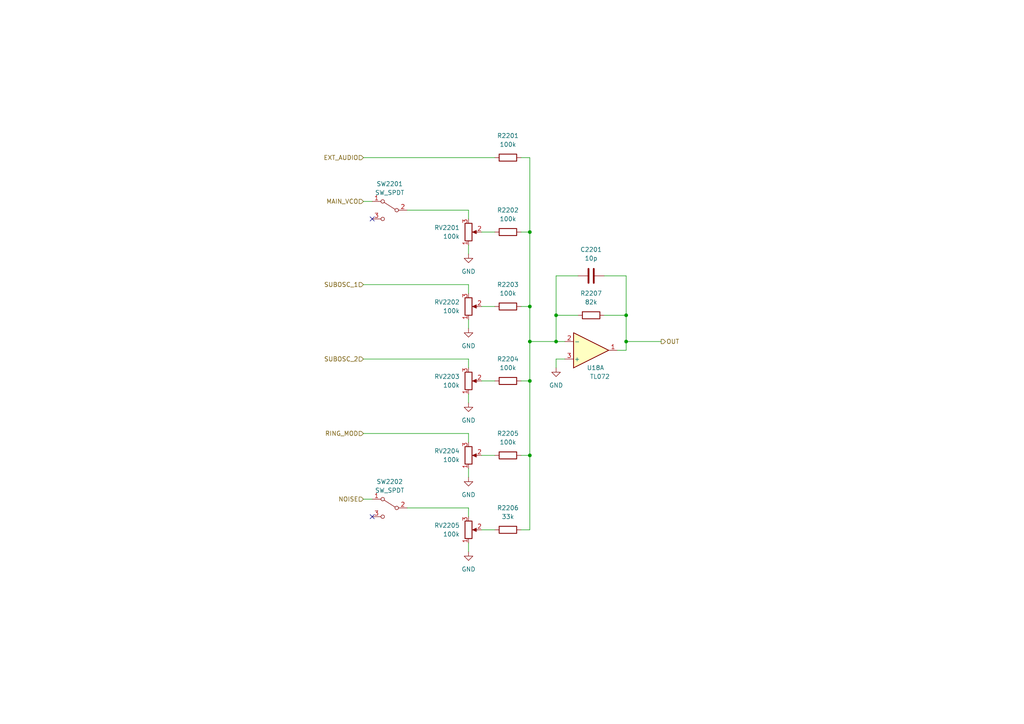
<source format=kicad_sch>
(kicad_sch (version 20230121) (generator eeschema)
  (paper "A4")
  (title_block (title "Josh Ox Ribon Synth Main VCO board") (date "2022-07-23") (rev "0.1") (comment 2 "creativecommons.org/licenses/by/4.0") (comment 3 "license: CC by 4.0") (comment 4 "Author: Jordan Acete"))
  (lib_symbols
    (symbol "Amplifier_Operational:TL072" (pin_names (offset 0.127))
      (property "Reference" "U" (at 0 5.08 0))
      (property "Value" "TL072" (at 0 -5.08 0))
      (symbol "TL072_1_1"
        (polyline (pts (xy -5.08 5.08) (xy 5.08 0) (xy -5.08 -5.08) (xy -5.08 5.08)) (stroke (width 0.254)) (fill (type background)))
        (pin output line (at 7.62 0 180) (length 2.54) (name "~") (number "1"))
        (pin input line (at -7.62 -2.54 0) (length 2.54) (name "-") (number "2"))
        (pin input line (at -7.62 2.54 0) (length 2.54) (name "+") (number "3"))
      )
      (symbol "TL072_2_1"
        (polyline (pts (xy -5.08 5.08) (xy 5.08 0) (xy -5.08 -5.08) (xy -5.08 5.08)) (stroke (width 0.254)) (fill (type background)))
        (pin input line (at -7.62 2.54 0) (length 2.54) (name "+") (number "5"))
        (pin input line (at -7.62 -2.54 0) (length 2.54) (name "-") (number "6"))
        (pin output line (at 7.62 0 180) (length 2.54) (name "~") (number "7"))
      )
      (symbol "TL072_3_1"
        (pin power_in line (at -2.54 -7.62 90) (length 3.81) (name "V-") (number "4"))
        (pin power_in line (at -2.54 7.62 270) (length 3.81) (name "V+") (number "8"))
      )
    )
    (symbol "Device:C" (pin_numbers hide) (pin_names (offset 0.254))
      (property "Reference" "C" (at 0.635 2.54 0))
      (property "Value" "C" (at 0.635 -2.54 0))
      (symbol "C_0_1"
        (polyline (pts (xy -2.032 -0.762) (xy 2.032 -0.762)) (stroke (width 0.508)))
        (polyline (pts (xy -2.032 0.762) (xy 2.032 0.762)) (stroke (width 0.508)))
      )
      (symbol "C_1_1"
        (pin passive line (at 0 3.81 270) (length 2.794) (name "~") (number "1"))
        (pin passive line (at 0 -3.81 90) (length 2.794) (name "~") (number "2"))
      )
    )
    (symbol "Device:R" (pin_numbers hide) (pin_names (offset 0))
      (property "Reference" "R" (at 2.032 0 90))
      (property "Value" "R" (at 0 0 90))
      (symbol "R_0_1"
        (rectangle (start -1.016 -2.54) (end 1.016 2.54) (stroke (width 0.254)))
      )
      (symbol "R_1_1"
        (pin passive line (at 0 3.81 270) (length 1.27) (name "~") (number "1"))
        (pin passive line (at 0 -3.81 90) (length 1.27) (name "~") (number "2"))
      )
    )
    (symbol "Device:R_Potentiometer" (pin_names (offset 1.016) hide)
      (property "Reference" "RV" (at -4.445 0 90))
      (property "Value" "R_Potentiometer" (at -2.54 0 90))
      (symbol "R_Potentiometer_0_1"
        (polyline (pts (xy 2.54 0) (xy 1.524 0)))
        (polyline (pts (xy 1.143 0) (xy 2.286 0.508) (xy 2.286 -0.508) (xy 1.143 0)) (fill (type outline)))
        (rectangle (start 1.016 2.54) (end -1.016 -2.54) (stroke (width 0.254)))
      )
      (symbol "R_Potentiometer_1_1"
        (pin passive line (at 0 3.81 270) (length 1.27) (name "1") (number "1"))
        (pin passive line (at 3.81 0 180) (length 1.27) (name "2") (number "2"))
        (pin passive line (at 0 -3.81 90) (length 1.27) (name "3") (number "3"))
      )
    )
    (symbol "Switch:SW_SPDT" (pin_names (offset 0) hide)
      (property "Reference" "SW" (at 0 4.318 0))
      (property "Value" "SW_SPDT" (at 0 -5.08 0))
      (symbol "SW_SPDT_0_0"
        (circle (center -2.032 0) (radius 0.508))
        (circle (center 2.032 -2.54) (radius 0.508))
      )
      (symbol "SW_SPDT_0_1"
        (polyline (pts (xy -1.524 0.254) (xy 1.651 2.286)))
        (circle (center 2.032 2.54) (radius 0.508))
      )
      (symbol "SW_SPDT_1_1"
        (pin passive line (at 5.08 2.54 180) (length 2.54) (name "A") (number "1"))
        (pin passive line (at -5.08 0 0) (length 2.54) (name "B") (number "2"))
        (pin passive line (at 5.08 -2.54 180) (length 2.54) (name "C") (number "3"))
      )
    )
    (symbol "power:GND" (power) (pin_names (offset 0))
      (property "Value" "GND" (at 0 -3.81 0))
      (symbol "GND_0_1"
        (polyline (pts (xy 0 0) (xy 0 -1.27) (xy 1.27 -1.27) (xy 0 -2.54) (xy -1.27 -1.27) (xy 0 -1.27)))
      )
      (symbol "GND_1_1"
        (pin power_in line (at 0 0 270) (length 0) hide (name "GND") (number "1"))
      )
    )
  )
  (junction (at 153.67 88.9))
  (junction (at 161.29 99.06))
  (junction (at 161.29 91.44))
  (junction (at 181.61 99.06))
  (junction (at 153.67 132.08))
  (junction (at 153.67 99.06))
  (junction (at 153.67 67.31))
  (junction (at 181.61 91.44))
  (junction (at 153.67 110.49))
  (no_connect (at 107.95 149.86))
  (no_connect (at 107.95 63.5))
  (wire (pts (xy 139.7 110.49) (xy 143.51 110.49)))
  (wire (pts (xy 181.61 99.06) (xy 181.61 91.44)))
  (wire (pts (xy 151.13 153.67) (xy 153.67 153.67)))
  (wire (pts (xy 139.7 153.67) (xy 143.51 153.67)))
  (wire (pts (xy 118.11 60.96) (xy 135.89 60.96)))
  (wire (pts (xy 135.89 125.73) (xy 135.89 128.27)))
  (wire (pts (xy 135.89 147.32) (xy 135.89 149.86)))
  (wire (pts (xy 153.67 88.9) (xy 153.67 67.31)))
  (wire (pts (xy 135.89 160.02) (xy 135.89 157.48)))
  (wire (pts (xy 135.89 60.96) (xy 135.89 63.5)))
  (wire (pts (xy 161.29 80.01) (xy 167.64 80.01)))
  (wire (pts (xy 181.61 80.01) (xy 175.26 80.01)))
  (wire (pts (xy 105.41 125.73) (xy 135.89 125.73)))
  (wire (pts (xy 161.29 104.14) (xy 163.83 104.14)))
  (wire (pts (xy 118.11 147.32) (xy 135.89 147.32)))
  (wire (pts (xy 105.41 104.14) (xy 135.89 104.14)))
  (wire (pts (xy 153.67 132.08) (xy 153.67 110.49)))
  (wire (pts (xy 153.67 99.06) (xy 153.67 110.49)))
  (wire (pts (xy 151.13 45.72) (xy 153.67 45.72)))
  (wire (pts (xy 135.89 82.55) (xy 135.89 85.09)))
  (wire (pts (xy 105.41 82.55) (xy 135.89 82.55)))
  (wire (pts (xy 181.61 91.44) (xy 181.61 80.01)))
  (wire (pts (xy 181.61 99.06) (xy 191.77 99.06)))
  (wire (pts (xy 135.89 104.14) (xy 135.89 106.68)))
  (wire (pts (xy 175.26 91.44) (xy 181.61 91.44)))
  (wire (pts (xy 105.41 45.72) (xy 143.51 45.72)))
  (wire (pts (xy 153.67 153.67) (xy 153.67 132.08)))
  (wire (pts (xy 135.89 116.84) (xy 135.89 114.3)))
  (wire (pts (xy 139.7 88.9) (xy 143.51 88.9)))
  (wire (pts (xy 139.7 132.08) (xy 143.51 132.08)))
  (wire (pts (xy 153.67 99.06) (xy 161.29 99.06)))
  (wire (pts (xy 135.89 95.25) (xy 135.89 92.71)))
  (wire (pts (xy 161.29 106.68) (xy 161.29 104.14)))
  (wire (pts (xy 179.07 101.6) (xy 181.61 101.6)))
  (wire (pts (xy 135.89 138.43) (xy 135.89 135.89)))
  (wire (pts (xy 135.89 73.66) (xy 135.89 71.12)))
  (wire (pts (xy 163.83 99.06) (xy 161.29 99.06)))
  (wire (pts (xy 181.61 101.6) (xy 181.61 99.06)))
  (wire (pts (xy 151.13 67.31) (xy 153.67 67.31)))
  (wire (pts (xy 153.67 99.06) (xy 153.67 88.9)))
  (wire (pts (xy 153.67 67.31) (xy 153.67 45.72)))
  (wire (pts (xy 151.13 88.9) (xy 153.67 88.9)))
  (wire (pts (xy 161.29 91.44) (xy 167.64 91.44)))
  (wire (pts (xy 151.13 110.49) (xy 153.67 110.49)))
  (wire (pts (xy 161.29 91.44) (xy 161.29 80.01)))
  (wire (pts (xy 105.41 58.42) (xy 107.95 58.42)))
  (wire (pts (xy 161.29 99.06) (xy 161.29 91.44)))
  (wire (pts (xy 105.41 144.78) (xy 107.95 144.78)))
  (wire (pts (xy 139.7 67.31) (xy 143.51 67.31)))
  (wire (pts (xy 151.13 132.08) (xy 153.67 132.08)))
  (hierarchical_label "OUT" (shape output) (at 191.77 99.06 0))
  (hierarchical_label "EXT_AUDIO" (shape input) (at 105.41 45.72 180))
  (hierarchical_label "SUBOSC_2" (shape input) (at 105.41 104.14 180))
  (hierarchical_label "SUBOSC_1" (shape input) (at 105.41 82.55 180))
  (hierarchical_label "NOISE" (shape input) (at 105.41 144.78 180))
  (hierarchical_label "RING_MOD" (shape input) (at 105.41 125.73 180))
  (hierarchical_label "MAIN_VCO" (shape input) (at 105.41 58.42 180))
  (symbol (lib_id "Device:C") (at 171.45 80.01 90) (unit 1)
    (property "Reference" "C2201" (at 171.45 72.39 90))
    (property "Value" "10p" (at 171.45 74.93 90))
    (property "Footprint" "Capacitor_SMD:C_0805_2012Metric" (effects hide))
  )
  (symbol (lib_id "Device:R_Potentiometer") (at 135.89 110.49 0) (mirror x) (unit 1)
    (property "Reference" "RV2203" (at 133.35 109.2199 0) (effects (justify right)))
    (property "Value" "100k" (at 133.35 111.7599 0) (effects (justify right)))
    (property "Footprint" "Potentiometer_THT:Potentiometer_Alpha_RD901F-40-00D_Single_Vertical" (effects hide))
  )
  (symbol (lib_id "Device:R_Potentiometer") (at 135.89 153.67 0) (mirror x) (unit 1)
    (property "Reference" "RV2205" (at 133.35 152.3999 0) (effects (justify right)))
    (property "Value" "100k" (at 133.35 154.9399 0) (effects (justify right)))
    (property "Footprint" "Potentiometer_THT:Potentiometer_Alpha_RD901F-40-00D_Single_Vertical" (effects hide))
  )
  (symbol (lib_id "Device:R") (at 147.32 110.49 90) (unit 1)
    (property "Reference" "R2204" (at 147.32 104.14 90))
    (property "Value" "100k" (at 147.32 106.68 90))
    (property "Footprint" "Resistor_SMD:R_0805_2012Metric" (effects hide))
  )
  (symbol (lib_id "power:GND") (at 135.89 95.25 0) (unit 1)
    (property "Reference" "#PWR02202" (effects hide))
    (property "Value" "GND" (at 135.89 100.33 0))
  )
  (symbol (lib_id "power:GND") (at 135.89 160.02 0) (unit 1)
    (property "Reference" "#PWR02205" (effects hide))
    (property "Value" "GND" (at 135.89 165.1 0))
  )
  (symbol (lib_id "Switch:SW_SPDT") (at 113.03 147.32 0) (mirror y) (unit 1)
    (property "Reference" "SW2202" (at 113.03 139.7 0))
    (property "Value" "SW_SPDT" (at 113.03 142.24 0))
    (property "Footprint" "custom_footprints:SPDT_mini_toggle" (effects hide))
  )
  (symbol (lib_id "power:GND") (at 135.89 138.43 0) (unit 1)
    (property "Reference" "#PWR02204" (effects hide))
    (property "Value" "GND" (at 135.89 143.51 0))
  )
  (symbol (lib_id "power:GND") (at 161.29 106.68 0) (unit 1)
    (property "Reference" "#PWR02206" (effects hide))
    (property "Value" "GND" (at 161.29 111.76 0))
  )
  (symbol (lib_id "Device:R") (at 147.32 132.08 90) (unit 1)
    (property "Reference" "R2205" (at 147.32 125.73 90))
    (property "Value" "100k" (at 147.32 128.27 90))
    (property "Footprint" "Resistor_SMD:R_0805_2012Metric" (effects hide))
  )
  (symbol (lib_id "power:GND") (at 135.89 116.84 0) (unit 1)
    (property "Reference" "#PWR02203" (effects hide))
    (property "Value" "GND" (at 135.89 121.92 0))
  )
  (symbol (lib_id "Device:R_Potentiometer") (at 135.89 132.08 0) (mirror x) (unit 1)
    (property "Reference" "RV2204" (at 133.35 130.8099 0) (effects (justify right)))
    (property "Value" "100k" (at 133.35 133.3499 0) (effects (justify right)))
    (property "Footprint" "Potentiometer_THT:Potentiometer_Alpha_RD901F-40-00D_Single_Vertical" (effects hide))
  )
  (symbol (lib_id "Amplifier_Operational:TL072") (at 171.45 101.6 0) (mirror x) (unit 1)
    (property "Reference" "U18" (at 172.72 106.68 0))
    (property "Value" "TL072" (at 173.99 109.22 0))
    (property "Footprint" "Package_SO:SOIC-8_3.9x4.9mm_P1.27mm" (effects hide))
    (property "Datasheet" "http://www.ti.com/lit/ds/symlink/tl071.pdf" (effects hide))
  )
  (symbol (lib_id "Device:R") (at 147.32 67.31 90) (unit 1)
    (property "Reference" "R2202" (at 147.32 60.96 90))
    (property "Value" "100k" (at 147.32 63.5 90))
    (property "Footprint" "Resistor_SMD:R_0805_2012Metric" (effects hide))
  )
  (symbol (lib_id "Device:R") (at 147.32 45.72 90) (unit 1)
    (property "Reference" "R2201" (at 147.32 39.37 90))
    (property "Value" "100k" (at 147.32 41.91 90))
    (property "Footprint" "Resistor_SMD:R_0805_2012Metric" (effects hide))
  )
  (symbol (lib_id "Switch:SW_SPDT") (at 113.03 60.96 0) (mirror y) (unit 1)
    (property "Reference" "SW2201" (at 113.03 53.34 0))
    (property "Value" "SW_SPDT" (at 113.03 55.88 0))
    (property "Footprint" "custom_footprints:SPDT_mini_toggle" (effects hide))
  )
  (symbol (lib_id "Device:R") (at 147.32 153.67 90) (unit 1)
    (property "Reference" "R2206" (at 147.32 147.32 90))
    (property "Value" "33k" (at 147.32 149.86 90))
    (property "Footprint" "Resistor_SMD:R_0805_2012Metric" (effects hide))
  )
  (symbol (lib_id "Device:R_Potentiometer") (at 135.89 88.9 0) (mirror x) (unit 1)
    (property "Reference" "RV2202" (at 133.35 87.6299 0) (effects (justify right)))
    (property "Value" "100k" (at 133.35 90.1699 0) (effects (justify right)))
    (property "Footprint" "Potentiometer_THT:Potentiometer_Alpha_RD901F-40-00D_Single_Vertical" (effects hide))
  )
  (symbol (lib_id "Device:R_Potentiometer") (at 135.89 67.31 0) (mirror x) (unit 1)
    (property "Reference" "RV2201" (at 133.35 66.0399 0) (effects (justify right)))
    (property "Value" "100k" (at 133.35 68.5799 0) (effects (justify right)))
    (property "Footprint" "Potentiometer_THT:Potentiometer_Alpha_RD901F-40-00D_Single_Vertical" (effects hide))
  )
  (symbol (lib_id "power:GND") (at 135.89 73.66 0) (unit 1)
    (property "Reference" "#PWR02201" (effects hide))
    (property "Value" "GND" (at 135.89 78.74 0))
  )
  (symbol (lib_id "Device:R") (at 171.45 91.44 90) (unit 1)
    (property "Reference" "R2207" (at 171.45 85.09 90))
    (property "Value" "82k" (at 171.45 87.63 90))
    (property "Footprint" "Resistor_SMD:R_0805_2012Metric" (effects hide))
  )
  (symbol (lib_id "Device:R") (at 147.32 88.9 90) (unit 1)
    (property "Reference" "R2203" (at 147.32 82.55 90))
    (property "Value" "100k" (at 147.32 85.09 90))
    (property "Footprint" "Resistor_SMD:R_0805_2012Metric" (effects hide))
  )
)
</source>
